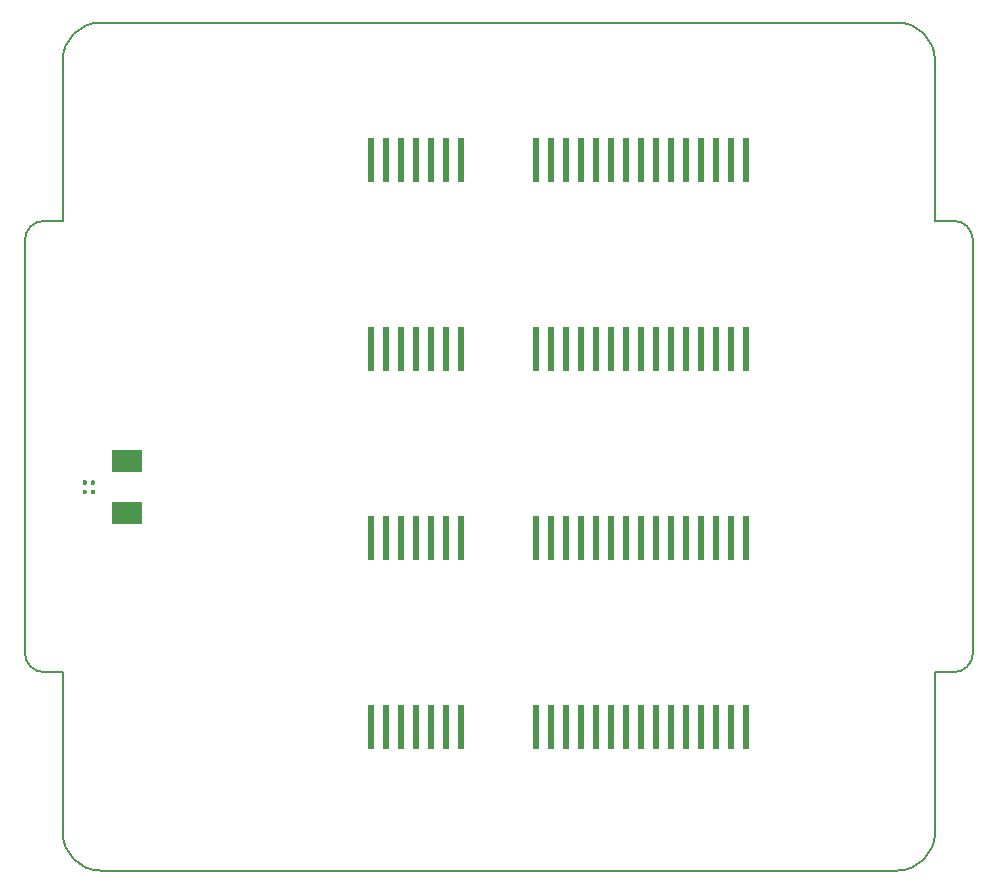
<source format=gbr>
%TF.GenerationSoftware,KiCad,Pcbnew,5.0.1-33cea8e~67~ubuntu18.10.1*%
%TF.CreationDate,2018-10-22T09:25:40-06:00*%
%TF.ProjectId,thelio-io,7468656C696F2D696F2E6B696361645F,rev?*%
%TF.SameCoordinates,Original*%
%TF.FileFunction,Paste,Top*%
%TF.FilePolarity,Positive*%
%FSLAX46Y46*%
G04 Gerber Fmt 4.6, Leading zero omitted, Abs format (unit mm)*
G04 Created by KiCad (PCBNEW 5.0.1-33cea8e~67~ubuntu18.10.1) date Mon Oct 22 09:25:40 2018*
%MOMM*%
%LPD*%
G01*
G04 APERTURE LIST*
%ADD10C,0.200000*%
%ADD11C,0.150000*%
%ADD12C,0.350000*%
%ADD13C,0.318000*%
%ADD14R,2.500000X1.900000*%
%ADD15R,0.600000X3.800000*%
G04 APERTURE END LIST*
D10*
X77050000Y-53400000D02*
G75*
G02X75450000Y-55000000I-1600000J0D01*
G01*
X73850000Y-55000000D02*
X75450000Y-55000000D01*
X73850000Y-16800000D02*
X75450000Y-16800000D01*
X75450000Y-16800000D02*
G75*
G02X77050000Y-18400000I0J-1600000D01*
G01*
X77050000Y-18400000D02*
X77050000Y-53400000D01*
X-3200000Y-18400000D02*
G75*
G02X-1600000Y-16800000I1600000J0D01*
G01*
X-3200000Y-53400000D02*
X-3200000Y-18400000D01*
X-1600000Y-55000000D02*
G75*
G02X-3200000Y-53400000I0J1600000D01*
G01*
X0Y-55000000D02*
X-1600000Y-55000000D01*
X0Y-16800000D02*
X-1600000Y-16800000D01*
X0Y-55000000D02*
X0Y-68600000D01*
X0Y-16800000D02*
X0Y-3200000D01*
X73850000Y-55000000D02*
X73850000Y-68600000D01*
X73850000Y-16800000D02*
X73850000Y-3200000D01*
D11*
X73850000Y-68600000D02*
G75*
G02X70650000Y-71800000I-3200000J0D01*
G01*
D10*
X3200000Y-71800000D02*
G75*
G02X0Y-68600000I0J3200000D01*
G01*
X70650000Y-71800000D02*
X3200000Y-71800000D01*
X0Y-3200000D02*
G75*
G02X3200000Y0I3200000J0D01*
G01*
X70650000Y0D02*
G75*
G02X73850000Y-3200000I0J-3200000D01*
G01*
X3200000Y0D02*
X70650000Y0D01*
D12*
%TO.C,C1*%
G36*
X2632292Y-39570383D02*
X2640010Y-39571528D01*
X2647578Y-39573423D01*
X2654923Y-39576052D01*
X2661976Y-39579387D01*
X2668668Y-39583398D01*
X2674934Y-39588046D01*
X2680715Y-39593285D01*
X2685954Y-39599066D01*
X2690602Y-39605332D01*
X2694613Y-39612024D01*
X2697948Y-39619077D01*
X2700577Y-39626422D01*
X2702472Y-39633990D01*
X2703617Y-39641708D01*
X2704000Y-39649500D01*
X2704000Y-39850500D01*
X2703617Y-39858292D01*
X2702472Y-39866010D01*
X2700577Y-39873578D01*
X2697948Y-39880923D01*
X2694613Y-39887976D01*
X2690602Y-39894668D01*
X2685954Y-39900934D01*
X2680715Y-39906715D01*
X2674934Y-39911954D01*
X2668668Y-39916602D01*
X2661976Y-39920613D01*
X2654923Y-39923948D01*
X2647578Y-39926577D01*
X2640010Y-39928472D01*
X2632292Y-39929617D01*
X2624500Y-39930000D01*
X2465500Y-39930000D01*
X2457708Y-39929617D01*
X2449990Y-39928472D01*
X2442422Y-39926577D01*
X2435077Y-39923948D01*
X2428024Y-39920613D01*
X2421332Y-39916602D01*
X2415066Y-39911954D01*
X2409285Y-39906715D01*
X2404046Y-39900934D01*
X2399398Y-39894668D01*
X2395387Y-39887976D01*
X2392052Y-39880923D01*
X2389423Y-39873578D01*
X2387528Y-39866010D01*
X2386383Y-39858292D01*
X2386000Y-39850500D01*
X2386000Y-39649500D01*
X2386383Y-39641708D01*
X2387528Y-39633990D01*
X2389423Y-39626422D01*
X2392052Y-39619077D01*
X2395387Y-39612024D01*
X2399398Y-39605332D01*
X2404046Y-39599066D01*
X2409285Y-39593285D01*
X2415066Y-39588046D01*
X2421332Y-39583398D01*
X2428024Y-39579387D01*
X2435077Y-39576052D01*
X2442422Y-39573423D01*
X2449990Y-39571528D01*
X2457708Y-39570383D01*
X2465500Y-39570000D01*
X2624500Y-39570000D01*
X2632292Y-39570383D01*
X2632292Y-39570383D01*
G37*
D13*
X2545000Y-39750000D03*
D12*
G36*
X1942292Y-39570383D02*
X1950010Y-39571528D01*
X1957578Y-39573423D01*
X1964923Y-39576052D01*
X1971976Y-39579387D01*
X1978668Y-39583398D01*
X1984934Y-39588046D01*
X1990715Y-39593285D01*
X1995954Y-39599066D01*
X2000602Y-39605332D01*
X2004613Y-39612024D01*
X2007948Y-39619077D01*
X2010577Y-39626422D01*
X2012472Y-39633990D01*
X2013617Y-39641708D01*
X2014000Y-39649500D01*
X2014000Y-39850500D01*
X2013617Y-39858292D01*
X2012472Y-39866010D01*
X2010577Y-39873578D01*
X2007948Y-39880923D01*
X2004613Y-39887976D01*
X2000602Y-39894668D01*
X1995954Y-39900934D01*
X1990715Y-39906715D01*
X1984934Y-39911954D01*
X1978668Y-39916602D01*
X1971976Y-39920613D01*
X1964923Y-39923948D01*
X1957578Y-39926577D01*
X1950010Y-39928472D01*
X1942292Y-39929617D01*
X1934500Y-39930000D01*
X1775500Y-39930000D01*
X1767708Y-39929617D01*
X1759990Y-39928472D01*
X1752422Y-39926577D01*
X1745077Y-39923948D01*
X1738024Y-39920613D01*
X1731332Y-39916602D01*
X1725066Y-39911954D01*
X1719285Y-39906715D01*
X1714046Y-39900934D01*
X1709398Y-39894668D01*
X1705387Y-39887976D01*
X1702052Y-39880923D01*
X1699423Y-39873578D01*
X1697528Y-39866010D01*
X1696383Y-39858292D01*
X1696000Y-39850500D01*
X1696000Y-39649500D01*
X1696383Y-39641708D01*
X1697528Y-39633990D01*
X1699423Y-39626422D01*
X1702052Y-39619077D01*
X1705387Y-39612024D01*
X1709398Y-39605332D01*
X1714046Y-39599066D01*
X1719285Y-39593285D01*
X1725066Y-39588046D01*
X1731332Y-39583398D01*
X1738024Y-39579387D01*
X1745077Y-39576052D01*
X1752422Y-39573423D01*
X1759990Y-39571528D01*
X1767708Y-39570383D01*
X1775500Y-39570000D01*
X1934500Y-39570000D01*
X1942292Y-39570383D01*
X1942292Y-39570383D01*
G37*
D13*
X1855000Y-39750000D03*
%TD*%
D12*
%TO.C,C2*%
G36*
X2632292Y-38770383D02*
X2640010Y-38771528D01*
X2647578Y-38773423D01*
X2654923Y-38776052D01*
X2661976Y-38779387D01*
X2668668Y-38783398D01*
X2674934Y-38788046D01*
X2680715Y-38793285D01*
X2685954Y-38799066D01*
X2690602Y-38805332D01*
X2694613Y-38812024D01*
X2697948Y-38819077D01*
X2700577Y-38826422D01*
X2702472Y-38833990D01*
X2703617Y-38841708D01*
X2704000Y-38849500D01*
X2704000Y-39050500D01*
X2703617Y-39058292D01*
X2702472Y-39066010D01*
X2700577Y-39073578D01*
X2697948Y-39080923D01*
X2694613Y-39087976D01*
X2690602Y-39094668D01*
X2685954Y-39100934D01*
X2680715Y-39106715D01*
X2674934Y-39111954D01*
X2668668Y-39116602D01*
X2661976Y-39120613D01*
X2654923Y-39123948D01*
X2647578Y-39126577D01*
X2640010Y-39128472D01*
X2632292Y-39129617D01*
X2624500Y-39130000D01*
X2465500Y-39130000D01*
X2457708Y-39129617D01*
X2449990Y-39128472D01*
X2442422Y-39126577D01*
X2435077Y-39123948D01*
X2428024Y-39120613D01*
X2421332Y-39116602D01*
X2415066Y-39111954D01*
X2409285Y-39106715D01*
X2404046Y-39100934D01*
X2399398Y-39094668D01*
X2395387Y-39087976D01*
X2392052Y-39080923D01*
X2389423Y-39073578D01*
X2387528Y-39066010D01*
X2386383Y-39058292D01*
X2386000Y-39050500D01*
X2386000Y-38849500D01*
X2386383Y-38841708D01*
X2387528Y-38833990D01*
X2389423Y-38826422D01*
X2392052Y-38819077D01*
X2395387Y-38812024D01*
X2399398Y-38805332D01*
X2404046Y-38799066D01*
X2409285Y-38793285D01*
X2415066Y-38788046D01*
X2421332Y-38783398D01*
X2428024Y-38779387D01*
X2435077Y-38776052D01*
X2442422Y-38773423D01*
X2449990Y-38771528D01*
X2457708Y-38770383D01*
X2465500Y-38770000D01*
X2624500Y-38770000D01*
X2632292Y-38770383D01*
X2632292Y-38770383D01*
G37*
D13*
X2545000Y-38950000D03*
D12*
G36*
X1942292Y-38770383D02*
X1950010Y-38771528D01*
X1957578Y-38773423D01*
X1964923Y-38776052D01*
X1971976Y-38779387D01*
X1978668Y-38783398D01*
X1984934Y-38788046D01*
X1990715Y-38793285D01*
X1995954Y-38799066D01*
X2000602Y-38805332D01*
X2004613Y-38812024D01*
X2007948Y-38819077D01*
X2010577Y-38826422D01*
X2012472Y-38833990D01*
X2013617Y-38841708D01*
X2014000Y-38849500D01*
X2014000Y-39050500D01*
X2013617Y-39058292D01*
X2012472Y-39066010D01*
X2010577Y-39073578D01*
X2007948Y-39080923D01*
X2004613Y-39087976D01*
X2000602Y-39094668D01*
X1995954Y-39100934D01*
X1990715Y-39106715D01*
X1984934Y-39111954D01*
X1978668Y-39116602D01*
X1971976Y-39120613D01*
X1964923Y-39123948D01*
X1957578Y-39126577D01*
X1950010Y-39128472D01*
X1942292Y-39129617D01*
X1934500Y-39130000D01*
X1775500Y-39130000D01*
X1767708Y-39129617D01*
X1759990Y-39128472D01*
X1752422Y-39126577D01*
X1745077Y-39123948D01*
X1738024Y-39120613D01*
X1731332Y-39116602D01*
X1725066Y-39111954D01*
X1719285Y-39106715D01*
X1714046Y-39100934D01*
X1709398Y-39094668D01*
X1705387Y-39087976D01*
X1702052Y-39080923D01*
X1699423Y-39073578D01*
X1697528Y-39066010D01*
X1696383Y-39058292D01*
X1696000Y-39050500D01*
X1696000Y-38849500D01*
X1696383Y-38841708D01*
X1697528Y-38833990D01*
X1699423Y-38826422D01*
X1702052Y-38819077D01*
X1705387Y-38812024D01*
X1709398Y-38805332D01*
X1714046Y-38799066D01*
X1719285Y-38793285D01*
X1725066Y-38788046D01*
X1731332Y-38783398D01*
X1738024Y-38779387D01*
X1745077Y-38776052D01*
X1752422Y-38773423D01*
X1759990Y-38771528D01*
X1767708Y-38770383D01*
X1775500Y-38770000D01*
X1934500Y-38770000D01*
X1942292Y-38770383D01*
X1942292Y-38770383D01*
G37*
D13*
X1855000Y-38950000D03*
%TD*%
D14*
%TO.C,Y0*%
X5400000Y-37150000D03*
X5400000Y-41550000D03*
%TD*%
D15*
%TO.C,SATA3*%
X57850000Y-59650000D03*
X56580000Y-59650000D03*
X55310000Y-59650000D03*
X54040000Y-59650000D03*
X52770000Y-59650000D03*
X51500000Y-59650000D03*
X50230000Y-59650000D03*
X48960000Y-59650000D03*
X47690000Y-59650000D03*
X46420000Y-59650000D03*
X45150000Y-59650000D03*
X43880000Y-59650000D03*
X42610000Y-59650000D03*
X41340000Y-59650000D03*
X40070000Y-59650000D03*
X33720000Y-59650000D03*
X32450000Y-59650000D03*
X31180000Y-59650000D03*
X29910000Y-59650000D03*
X28640000Y-59650000D03*
X27370000Y-59650000D03*
X26100000Y-59650000D03*
%TD*%
%TO.C,SATA2*%
X57850000Y-43650000D03*
X56580000Y-43650000D03*
X55310000Y-43650000D03*
X54040000Y-43650000D03*
X52770000Y-43650000D03*
X51500000Y-43650000D03*
X50230000Y-43650000D03*
X48960000Y-43650000D03*
X47690000Y-43650000D03*
X46420000Y-43650000D03*
X45150000Y-43650000D03*
X43880000Y-43650000D03*
X42610000Y-43650000D03*
X41340000Y-43650000D03*
X40070000Y-43650000D03*
X33720000Y-43650000D03*
X32450000Y-43650000D03*
X31180000Y-43650000D03*
X29910000Y-43650000D03*
X28640000Y-43650000D03*
X27370000Y-43650000D03*
X26100000Y-43650000D03*
%TD*%
%TO.C,SATA1*%
X57850000Y-27650000D03*
X56580000Y-27650000D03*
X55310000Y-27650000D03*
X54040000Y-27650000D03*
X52770000Y-27650000D03*
X51500000Y-27650000D03*
X50230000Y-27650000D03*
X48960000Y-27650000D03*
X47690000Y-27650000D03*
X46420000Y-27650000D03*
X45150000Y-27650000D03*
X43880000Y-27650000D03*
X42610000Y-27650000D03*
X41340000Y-27650000D03*
X40070000Y-27650000D03*
X33720000Y-27650000D03*
X32450000Y-27650000D03*
X31180000Y-27650000D03*
X29910000Y-27650000D03*
X28640000Y-27650000D03*
X27370000Y-27650000D03*
X26100000Y-27650000D03*
%TD*%
%TO.C,SATA0*%
X57850000Y-11650000D03*
X56580000Y-11650000D03*
X55310000Y-11650000D03*
X54040000Y-11650000D03*
X52770000Y-11650000D03*
X51500000Y-11650000D03*
X50230000Y-11650000D03*
X48960000Y-11650000D03*
X47690000Y-11650000D03*
X46420000Y-11650000D03*
X45150000Y-11650000D03*
X43880000Y-11650000D03*
X42610000Y-11650000D03*
X41340000Y-11650000D03*
X40070000Y-11650000D03*
X33720000Y-11650000D03*
X32450000Y-11650000D03*
X31180000Y-11650000D03*
X29910000Y-11650000D03*
X28640000Y-11650000D03*
X27370000Y-11650000D03*
X26100000Y-11650000D03*
%TD*%
M02*

</source>
